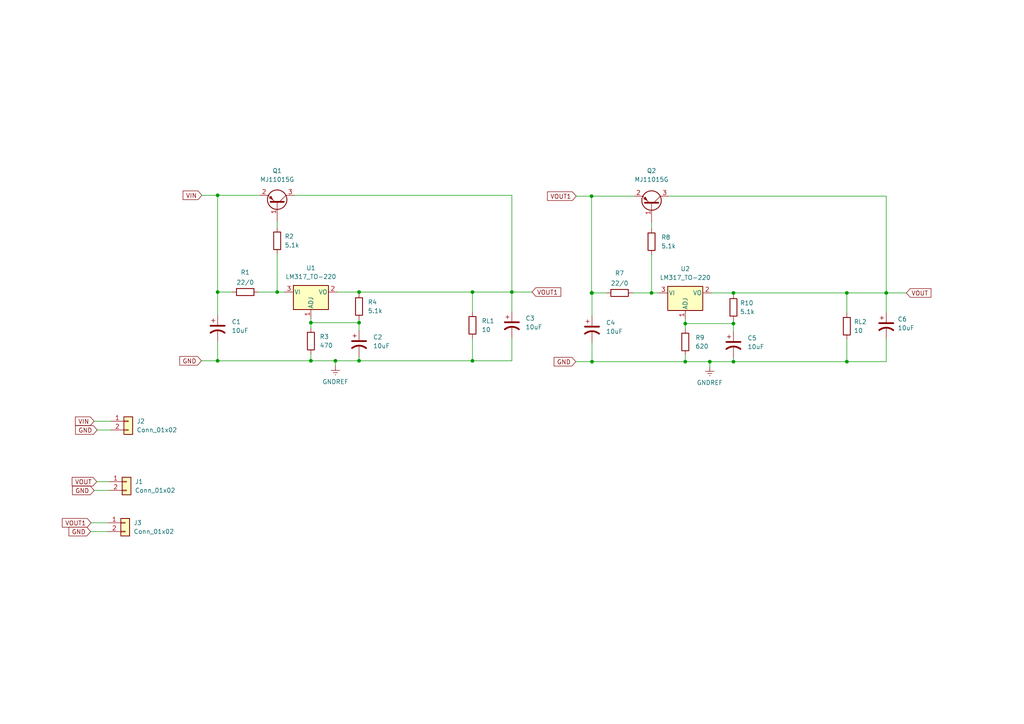
<source format=kicad_sch>
(kicad_sch (version 20211123) (generator eeschema)
  (paper "A4")
  (lib_symbols
    (symbol "Connector_Generic:Conn_01x02" (pin_names (offset 1.016) hide)
      (property "Reference" "J" (at 0 2.54 0))
      (property "Value" "Conn_01x02" (at 0 -5.08 0))
      (symbol "Conn_01x02_1_1"
        (rectangle (start -1.27 -2.413) (end 0 -2.667) (stroke (width 0.1524)))
        (rectangle (start -1.27 0.127) (end 0 -0.127) (stroke (width 0.1524)))
        (rectangle (start -1.27 1.27) (end 1.27 -3.81) (stroke (width 0.254)) (fill (type background)))
        (pin passive line (at -5.08 0 0) (length 3.81) (name "Pin_1") (number "1"))
        (pin passive line (at -5.08 -2.54 0) (length 3.81) (name "Pin_2") (number "2"))
      )
    )
    (symbol "Device:C_Polarized_US" (pin_numbers hide) (pin_names (offset 0.254) hide)
      (property "Reference" "C" (at 0.635 2.54 0))
      (property "Value" "C_Polarized_US" (at 0.635 -2.54 0))
      (symbol "C_Polarized_US_0_1"
        (polyline (pts (xy -2.032 0.762) (xy 2.032 0.762)) (stroke (width 0.508)))
        (polyline (pts (xy -1.778 2.286) (xy -0.762 2.286)))
        (polyline (pts (xy -1.27 1.778) (xy -1.27 2.794)))
        (arc (start 2.032 -1.27) (mid 0 -0.5572) (end -2.032 -1.27) (stroke (width 0.508)))
      )
      (symbol "C_Polarized_US_1_1"
        (pin passive line (at 0 3.81 270) (length 2.794) (name "~") (number "1"))
        (pin passive line (at 0 -3.81 90) (length 3.302) (name "~") (number "2"))
      )
    )
    (symbol "Device:Q_PNP_BEC" (pin_names (offset 0) hide)
      (property "Reference" "Q" (at 5.08 1.27 0))
      (property "Value" "Q_PNP_BEC" (at 5.08 -1.27 0))
      (symbol "Q_PNP_BEC_0_1"
        (polyline (pts (xy 0.635 0.635) (xy 2.54 2.54)))
        (polyline (pts (xy 0.635 -0.635) (xy 2.54 -2.54) (xy 2.54 -2.54)))
        (polyline (pts (xy 0.635 1.905) (xy 0.635 -1.905) (xy 0.635 -1.905)) (stroke (width 0.508)))
        (polyline (pts (xy 2.286 -1.778) (xy 1.778 -2.286) (xy 1.27 -1.27) (xy 2.286 -1.778) (xy 2.286 -1.778)) (fill (type outline)))
        (circle (center 1.27 0) (radius 2.8194) (stroke (width 0.254)))
      )
      (symbol "Q_PNP_BEC_1_1"
        (pin input line (at -5.08 0 0) (length 5.715) (name "B") (number "1"))
        (pin passive line (at 2.54 -5.08 90) (length 2.54) (name "E") (number "2"))
        (pin passive line (at 2.54 5.08 270) (length 2.54) (name "C") (number "3"))
      )
    )
    (symbol "Device:R" (pin_numbers hide) (pin_names (offset 0))
      (property "Reference" "R" (at 2.032 0 90))
      (property "Value" "R" (at 0 0 90))
      (symbol "R_0_1"
        (rectangle (start -1.016 -2.54) (end 1.016 2.54) (stroke (width 0.254)))
      )
      (symbol "R_1_1"
        (pin passive line (at 0 3.81 270) (length 1.27) (name "~") (number "1"))
        (pin passive line (at 0 -3.81 90) (length 1.27) (name "~") (number "2"))
      )
    )
    (symbol "Regulator_Linear:LM317_TO-220" (pin_names (offset 0.254))
      (property "Reference" "U" (at -3.81 3.175 0))
      (property "Value" "LM317_TO-220" (at 0 3.175 0))
      (symbol "LM317_TO-220_0_1"
        (rectangle (start -5.08 1.905) (end 5.08 -5.08) (stroke (width 0.254)) (fill (type background)))
      )
      (symbol "LM317_TO-220_1_1"
        (pin input line (at 0 -7.62 90) (length 2.54) (name "ADJ") (number "1"))
        (pin power_out line (at 7.62 0 180) (length 2.54) (name "VO") (number "2"))
        (pin power_in line (at -7.62 0 0) (length 2.54) (name "VI") (number "3"))
      )
    )
    (symbol "power:GNDREF" (power) (pin_names (offset 0))
      (property "Value" "GNDREF" (at 0 -3.81 0))
      (symbol "GNDREF_0_1"
        (polyline (pts (xy -0.635 -1.905) (xy 0.635 -1.905)))
        (polyline (pts (xy -0.127 -2.54) (xy 0.127 -2.54)))
        (polyline (pts (xy 0 -1.27) (xy 0 0)))
        (polyline (pts (xy 1.27 -1.27) (xy -1.27 -1.27)))
      )
      (symbol "GNDREF_1_1"
        (pin power_in line (at 0 0 270) (length 0) hide (name "GNDREF") (number "1"))
      )
    )
  )
  (junction (at 171.577 56.896))
  (junction (at 90.17 93.599))
  (junction (at 205.867 104.902))
  (junction (at 80.391 84.709))
  (junction (at 171.577 84.963))
  (junction (at 104.14 104.648))
  (junction (at 97.282 104.648))
  (junction (at 90.17 104.648))
  (junction (at 171.704 104.902))
  (junction (at 171.704 84.963))
  (junction (at 63.119 84.709))
  (junction (at 63.119 56.642))
  (junction (at 212.725 104.902))
  (junction (at 212.725 84.963))
  (junction (at 104.14 84.709))
  (junction (at 188.976 84.963))
  (junction (at 198.755 104.902))
  (junction (at 257.048 84.963))
  (junction (at 245.618 104.902))
  (junction (at 212.725 93.853))
  (junction (at 137.033 84.709))
  (junction (at 198.755 93.853))
  (junction (at 245.618 84.963))
  (junction (at 148.463 84.709))
  (junction (at 137.033 104.648))
  (junction (at 104.14 93.599))
  (junction (at 63.119 104.648))
  (wire (pts (xy 80.391 64.262) (xy 80.391 66.04)))
  (wire (pts (xy 171.704 84.963) (xy 171.704 91.694)))
  (wire (pts (xy 188.976 84.963) (xy 191.135 84.963)))
  (wire (pts (xy 63.119 56.642) (xy 75.311 56.642)))
  (wire (pts (xy 63.119 104.648) (xy 90.17 104.648)))
  (wire (pts (xy 198.755 93.853) (xy 212.725 93.853)))
  (wire (pts (xy 90.17 102.743) (xy 90.17 104.648)))
  (wire (pts (xy 206.375 84.963) (xy 212.725 84.963)))
  (wire (pts (xy 137.033 84.709) (xy 148.463 84.709)))
  (wire (pts (xy 85.471 56.642) (xy 148.463 56.642)))
  (wire (pts (xy 90.17 93.599) (xy 104.14 93.599)))
  (wire (pts (xy 183.515 84.963) (xy 188.976 84.963)))
  (wire (pts (xy 245.618 104.902) (xy 212.725 104.902)))
  (wire (pts (xy 90.17 92.329) (xy 90.17 93.599)))
  (wire (pts (xy 205.867 104.902) (xy 212.725 104.902)))
  (wire (pts (xy 137.033 98.171) (xy 137.033 104.648)))
  (wire (pts (xy 188.976 73.914) (xy 188.976 84.963)))
  (wire (pts (xy 63.119 99.06) (xy 63.119 104.648)))
  (wire (pts (xy 167.005 104.902) (xy 171.704 104.902)))
  (wire (pts (xy 63.119 84.709) (xy 63.119 91.44)))
  (wire (pts (xy 194.056 56.896) (xy 257.048 56.896)))
  (wire (pts (xy 74.93 84.709) (xy 80.391 84.709)))
  (wire (pts (xy 212.725 93.853) (xy 212.725 96.139)))
  (wire (pts (xy 104.14 93.599) (xy 104.14 95.885)))
  (wire (pts (xy 148.463 104.648) (xy 137.033 104.648)))
  (wire (pts (xy 104.14 104.648) (xy 104.14 103.505)))
  (wire (pts (xy 212.725 84.963) (xy 245.618 84.963)))
  (wire (pts (xy 171.704 99.314) (xy 171.704 104.902)))
  (wire (pts (xy 148.463 84.709) (xy 154.305 84.709)))
  (wire (pts (xy 104.14 84.709) (xy 104.14 85.09)))
  (wire (pts (xy 26.289 154.178) (xy 31.242 154.178)))
  (wire (pts (xy 171.577 56.896) (xy 183.896 56.896)))
  (wire (pts (xy 198.755 104.902) (xy 205.867 104.902)))
  (wire (pts (xy 26.416 151.638) (xy 31.242 151.638)))
  (wire (pts (xy 67.31 84.709) (xy 63.119 84.709)))
  (wire (pts (xy 104.14 93.599) (xy 104.14 92.71)))
  (wire (pts (xy 171.704 104.902) (xy 198.755 104.902)))
  (wire (pts (xy 63.119 56.642) (xy 63.119 84.709)))
  (wire (pts (xy 257.048 84.963) (xy 262.89 84.963)))
  (wire (pts (xy 80.391 84.709) (xy 82.55 84.709)))
  (wire (pts (xy 167.132 56.896) (xy 171.577 56.896)))
  (wire (pts (xy 198.755 102.997) (xy 198.755 104.902)))
  (wire (pts (xy 27.305 142.24) (xy 31.623 142.24)))
  (wire (pts (xy 58.547 56.642) (xy 63.119 56.642)))
  (wire (pts (xy 90.17 93.599) (xy 90.17 95.123)))
  (wire (pts (xy 148.463 98.044) (xy 148.463 104.648)))
  (wire (pts (xy 188.976 64.516) (xy 188.976 66.294)))
  (wire (pts (xy 212.725 84.963) (xy 212.725 85.344)))
  (wire (pts (xy 257.048 98.298) (xy 257.048 104.902)))
  (wire (pts (xy 171.577 56.896) (xy 171.577 84.963)))
  (wire (pts (xy 257.048 90.678) (xy 257.048 84.963)))
  (wire (pts (xy 148.463 84.709) (xy 148.463 90.424)))
  (wire (pts (xy 245.618 84.963) (xy 245.618 90.805)))
  (wire (pts (xy 257.048 56.896) (xy 257.048 84.963)))
  (wire (pts (xy 171.577 84.963) (xy 171.704 84.963)))
  (wire (pts (xy 245.618 84.963) (xy 257.048 84.963)))
  (wire (pts (xy 28.067 139.7) (xy 31.623 139.7)))
  (wire (pts (xy 137.033 104.648) (xy 104.14 104.648)))
  (wire (pts (xy 80.391 73.66) (xy 80.391 84.709)))
  (wire (pts (xy 90.17 104.648) (xy 97.282 104.648)))
  (wire (pts (xy 58.42 104.648) (xy 63.119 104.648)))
  (wire (pts (xy 97.282 104.648) (xy 97.282 106.172)))
  (wire (pts (xy 205.867 104.902) (xy 205.867 106.426)))
  (wire (pts (xy 148.463 56.642) (xy 148.463 84.709)))
  (wire (pts (xy 212.725 93.853) (xy 212.725 92.964)))
  (wire (pts (xy 28.194 124.714) (xy 32.131 124.714)))
  (wire (pts (xy 212.725 104.902) (xy 212.725 103.759)))
  (wire (pts (xy 137.033 84.709) (xy 137.033 90.551)))
  (wire (pts (xy 97.79 84.709) (xy 104.14 84.709)))
  (wire (pts (xy 104.14 84.709) (xy 137.033 84.709)))
  (wire (pts (xy 245.618 98.425) (xy 245.618 104.902)))
  (wire (pts (xy 198.755 92.583) (xy 198.755 93.853)))
  (wire (pts (xy 257.048 104.902) (xy 245.618 104.902)))
  (wire (pts (xy 97.282 104.648) (xy 104.14 104.648)))
  (wire (pts (xy 175.895 84.963) (xy 171.704 84.963)))
  (wire (pts (xy 27.305 122.174) (xy 32.131 122.174)))
  (wire (pts (xy 198.755 93.853) (xy 198.755 95.377)))
  (global_label "VOUT1" (shape input) (at 26.416 151.638 180) (property "Intersheet References" "${INTERSHEET_REFS}" (effects hide)))
  (global_label "VIN" (shape input) (at 58.547 56.642 180) (property "Intersheet References" "${INTERSHEET_REFS}" (effects hide)))
  (global_label "VOUT" (shape input) (at 262.89 84.963 0) (property "Intersheet References" "${INTERSHEET_REFS}" (effects hide)))
  (global_label "VIN" (shape input) (at 27.305 122.174 180) (property "Intersheet References" "${INTERSHEET_REFS}" (effects hide)))
  (global_label "GND" (shape input) (at 26.289 154.178 180) (property "Intersheet References" "${INTERSHEET_REFS}" (effects hide)))
  (global_label "VOUT1" (shape input) (at 154.305 84.709 0) (property "Intersheet References" "${INTERSHEET_REFS}" (effects hide)))
  (global_label "GND" (shape input) (at 167.005 104.902 180) (property "Intersheet References" "${INTERSHEET_REFS}" (effects hide)))
  (global_label "GND" (shape input) (at 58.42 104.648 180) (property "Intersheet References" "${INTERSHEET_REFS}" (effects hide)))
  (global_label "VOUT1" (shape input) (at 167.132 56.896 180) (property "Intersheet References" "${INTERSHEET_REFS}" (effects hide)))
  (global_label "GND" (shape input) (at 28.194 124.714 180) (property "Intersheet References" "${INTERSHEET_REFS}" (effects hide)))
  (global_label "VOUT" (shape input) (at 28.067 139.7 180) (property "Intersheet References" "${INTERSHEET_REFS}" (effects hide)))
  (global_label "GND" (shape input) (at 27.305 142.24 180) (property "Intersheet References" "${INTERSHEET_REFS}" (effects hide)))
  (symbol (lib_id "Device:R") (at 80.391 69.85 180) (unit 1)
    (property "Reference" "R2" (at 82.55 68.5799 0) (effects (justify right)))
    (property "Value" "5.1k" (at 82.55 71.1199 0) (effects (justify right)))
    (property "Footprint" "Resistor_SMD:R_0805_2012Metric" (effects hide))
  )
  (symbol (lib_id "Device:R") (at 90.17 98.933 0) (unit 1)
    (property "Reference" "R3" (at 92.71 97.6629 0) (effects (justify left)))
    (property "Value" "470" (at 92.71 100.2029 0) (effects (justify left)))
    (property "Footprint" "Resistor_SMD:R_0805_2012Metric" (effects hide))
  )
  (symbol (lib_id "Device:R") (at 245.618 94.615 0) (unit 1)
    (property "Reference" "RL2" (at 247.65 93.3449 0) (effects (justify left)))
    (property "Value" "10" (at 247.65 95.8849 0) (effects (justify left)))
    (property "Footprint" "Resistor_SMD:R_0805_2012Metric" (effects hide))
  )
  (symbol (lib_id "Device:C_Polarized_US") (at 104.14 99.695 0) (unit 1)
    (property "Reference" "C2" (at 108.204 97.7899 0) (effects (justify left)))
    (property "Value" "10uF" (at 108.204 100.3299 0) (effects (justify left)))
    (property "Footprint" "Capacitor_Tantalum_SMD:CP_EIA-6032-20_AVX-F" (effects hide))
  )
  (symbol (lib_id "Device:C_Polarized_US") (at 63.119 95.25 0) (unit 1)
    (property "Reference" "C1" (at 67.183 93.3449 0) (effects (justify left)))
    (property "Value" "10uF" (at 67.183 95.8849 0) (effects (justify left)))
    (property "Footprint" "Capacitor_Tantalum_SMD:CP_EIA-6032-20_AVX-F" (effects hide))
  )
  (symbol (lib_id "Connector_Generic:Conn_01x02") (at 37.211 122.174 0) (unit 1)
    (property "Reference" "J2" (at 39.624 122.1739 0) (effects (justify left)))
    (property "Value" "Conn_01x02" (at 39.624 124.7139 0) (effects (justify left)))
    (property "Footprint" "wsh_1:connector_128-5.08mm3.81" (effects hide))
  )
  (symbol (lib_id "Device:C_Polarized_US") (at 148.463 94.234 0) (unit 1)
    (property "Reference" "C3" (at 152.4 92.3289 0) (effects (justify left)))
    (property "Value" "10uF" (at 152.4 94.8689 0) (effects (justify left)))
    (property "Footprint" "Capacitor_Tantalum_SMD:CP_EIA-6032-20_AVX-F" (effects hide))
  )
  (symbol (lib_id "Device:R") (at 188.976 70.104 180) (unit 1)
    (property "Reference" "R8" (at 191.77 68.8339 0) (effects (justify right)))
    (property "Value" "5.1k" (at 191.77 71.3739 0) (effects (justify right)))
    (property "Footprint" "Resistor_SMD:R_0805_2012Metric" (effects hide))
  )
  (symbol (lib_id "Device:R") (at 179.705 84.963 90) (unit 1)
    (property "Reference" "R7" (at 179.705 79.248 90))
    (property "Value" "22/0" (at 179.705 82.169 90))
    (property "Footprint" "Resistor_SMD:R_0805_2012Metric" (effects hide))
  )
  (symbol (lib_id "Device:Q_PNP_BEC") (at 80.391 59.182 270) (mirror x) (unit 1)
    (property "Reference" "Q1" (at 80.391 49.53 90))
    (property "Value" "MJ11015G" (at 80.391 52.07 90))
    (property "Footprint" "Package_TO_SOT_THT:TO-3" (effects hide))
  )
  (symbol (lib_id "Device:C_Polarized_US") (at 212.725 99.949 0) (unit 1)
    (property "Reference" "C5" (at 216.789 98.0439 0) (effects (justify left)))
    (property "Value" "10uF" (at 216.789 100.5839 0) (effects (justify left)))
    (property "Footprint" "Capacitor_Tantalum_SMD:CP_EIA-6032-20_AVX-F" (effects hide))
  )
  (symbol (lib_id "Device:R") (at 137.033 94.361 0) (unit 1)
    (property "Reference" "RL1" (at 139.7 93.0909 0) (effects (justify left)))
    (property "Value" "10" (at 139.7 95.6309 0) (effects (justify left)))
    (property "Footprint" "Resistor_SMD:R_0805_2012Metric" (effects hide))
  )
  (symbol (lib_id "Device:R") (at 212.725 89.154 0) (unit 1)
    (property "Reference" "R10" (at 214.63 87.8839 0) (effects (justify left)))
    (property "Value" "5.1k" (at 214.63 90.4239 0) (effects (justify left)))
    (property "Footprint" "Resistor_SMD:R_0805_2012Metric" (effects hide))
  )
  (symbol (lib_id "Device:R") (at 71.12 84.709 90) (unit 1)
    (property "Reference" "R1" (at 71.12 78.994 90))
    (property "Value" "22/0" (at 71.12 81.915 90))
    (property "Footprint" "Resistor_SMD:R_0805_2012Metric" (effects hide))
  )
  (symbol (lib_id "Device:R") (at 104.14 88.9 0) (unit 1)
    (property "Reference" "R4" (at 106.68 87.6299 0) (effects (justify left)))
    (property "Value" "5.1k" (at 106.68 90.1699 0) (effects (justify left)))
    (property "Footprint" "Resistor_SMD:R_0805_2012Metric" (effects hide))
  )
  (symbol (lib_id "Regulator_Linear:LM317_TO-220") (at 90.17 84.709 0) (unit 1)
    (property "Reference" "U1" (at 90.17 77.724 0))
    (property "Value" "LM317_TO-220" (at 90.17 80.264 0))
    (property "Footprint" "Package_TO_SOT_THT:TO-220-3_Vertical" (effects hide))
    (property "Datasheet" "http://www.ti.com/lit/ds/symlink/lm317.pdf" (effects hide))
  )
  (symbol (lib_id "Device:Q_PNP_BEC") (at 188.976 59.436 270) (mirror x) (unit 1)
    (property "Reference" "Q2" (at 188.976 49.53 90))
    (property "Value" "MJ11015G" (at 188.976 52.07 90))
    (property "Footprint" "Package_TO_SOT_THT:TO-3" (effects hide))
  )
  (symbol (lib_id "Connector_Generic:Conn_01x02") (at 36.322 151.638 0) (unit 1)
    (property "Reference" "J3" (at 38.735 151.6379 0) (effects (justify left)))
    (property "Value" "Conn_01x02" (at 38.735 154.1779 0) (effects (justify left)))
    (property "Footprint" "wsh_1:connector_128-5.08mm3.81" (effects hide))
  )
  (symbol (lib_id "Device:C_Polarized_US") (at 171.704 95.504 0) (unit 1)
    (property "Reference" "C4" (at 175.768 93.5989 0) (effects (justify left)))
    (property "Value" "10uF" (at 175.768 96.1389 0) (effects (justify left)))
    (property "Footprint" "Capacitor_Tantalum_SMD:CP_EIA-6032-20_AVX-F" (effects hide))
  )
  (symbol (lib_id "Device:C_Polarized_US") (at 257.048 94.488 0) (unit 1)
    (property "Reference" "C6" (at 260.35 92.5829 0) (effects (justify left)))
    (property "Value" "10uF" (at 260.35 95.1229 0) (effects (justify left)))
    (property "Footprint" "Capacitor_Tantalum_SMD:CP_EIA-6032-20_AVX-F" (effects hide))
  )
  (symbol (lib_id "Regulator_Linear:LM317_TO-220") (at 198.755 84.963 0) (unit 1)
    (property "Reference" "U2" (at 198.755 77.978 0))
    (property "Value" "LM317_TO-220" (at 198.755 80.518 0))
    (property "Footprint" "Package_TO_SOT_THT:TO-220-3_Vertical" (effects hide))
    (property "Datasheet" "http://www.ti.com/lit/ds/symlink/lm317.pdf" (effects hide))
  )
  (symbol (lib_id "power:GNDREF") (at 97.282 106.172 0) (unit 1)
    (property "Reference" "#PWR0101" (effects hide))
    (property "Value" "GNDREF" (at 97.282 110.744 0))
  )
  (symbol (lib_id "power:GNDREF") (at 205.867 106.426 0) (unit 1)
    (property "Reference" "#PWR0102" (effects hide))
    (property "Value" "GNDREF" (at 205.867 110.998 0))
  )
  (symbol (lib_id "Device:R") (at 198.755 99.187 0) (unit 1)
    (property "Reference" "R9" (at 201.676 97.9169 0) (effects (justify left)))
    (property "Value" "620" (at 201.676 100.457 0) (effects (justify left)))
    (property "Footprint" "Resistor_SMD:R_0805_2012Metric" (effects hide))
  )
  (symbol (lib_id "Connector_Generic:Conn_01x02") (at 36.703 139.7 0) (unit 1)
    (property "Reference" "J1" (at 39.116 139.6999 0) (effects (justify left)))
    (property "Value" "Conn_01x02" (at 39.116 142.2399 0) (effects (justify left)))
    (property "Footprint" "wsh_1:connector_128-5.08mm3.81" (effects hide))
  )
)
</source>
